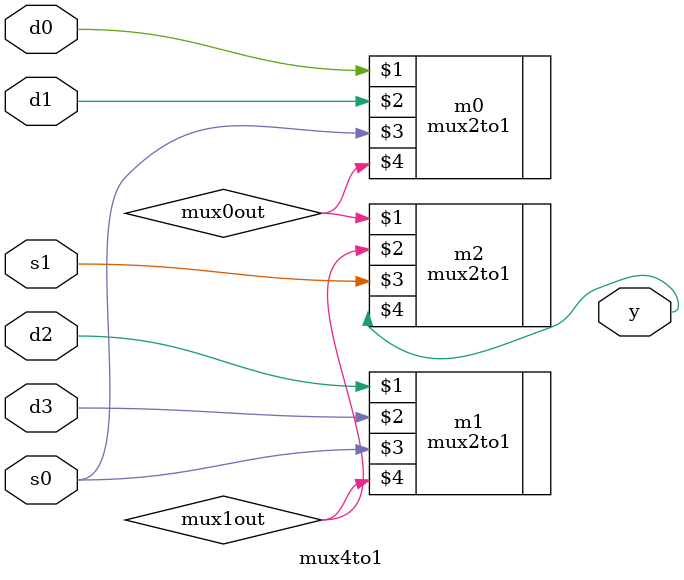
<source format=sv>
`include "mux2to1.v"
module mux4to1(input d3,d2,d1,d0,s1,s0,output y);
  wire mux1out, mux0out;
  
  mux2to1
  m0(d0,d1,s0,mux0out),
  m1(d2,d3,s0,mux1out),
  m2(mux0out,mux1out,s1,y);
endmodule

</source>
